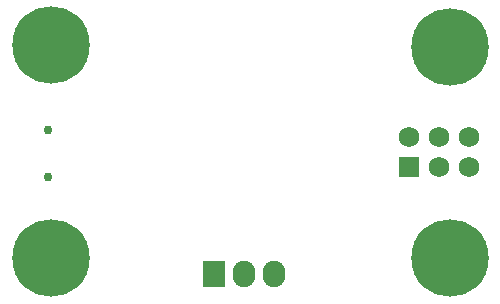
<source format=gbs>
G04 #@! TF.FileFunction,Soldermask,Bot*
%FSLAX46Y46*%
G04 Gerber Fmt 4.6, Leading zero omitted, Abs format (unit mm)*
G04 Created by KiCad (PCBNEW (after 2015-mar-04 BZR unknown)-product) date 1/1/2016 1:52:32 PM*
%MOMM*%
G01*
G04 APERTURE LIST*
%ADD10C,0.150000*%
%ADD11C,0.753200*%
%ADD12C,6.553200*%
%ADD13R,1.727200X1.727200*%
%ADD14C,1.727200*%
%ADD15R,1.930400X2.235200*%
%ADD16O,1.930400X2.235200*%
G04 APERTURE END LIST*
D10*
D11*
X43390000Y-45750000D03*
X43390000Y-49750000D03*
D12*
X43600000Y-38600000D03*
X43600000Y-56600000D03*
X77400000Y-56600000D03*
X77400000Y-38700000D03*
D13*
X73940200Y-48849600D03*
D14*
X73940200Y-46309600D03*
X76480200Y-48849600D03*
X76480200Y-46309600D03*
X79020200Y-48849600D03*
X79020200Y-46309600D03*
D15*
X57410000Y-57950000D03*
D16*
X59950000Y-57950000D03*
X62490000Y-57950000D03*
M02*

</source>
